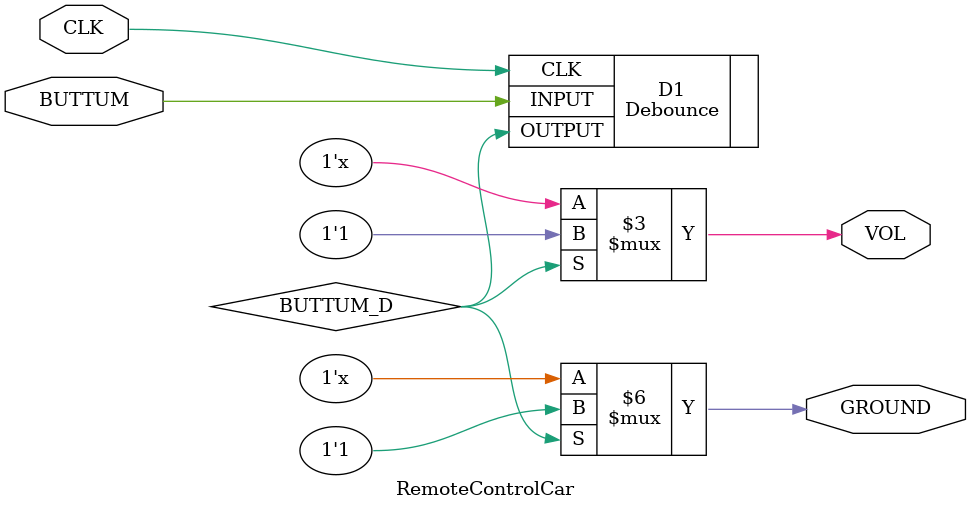
<source format=v>
module RemoteControlCar(CLK, BUTTUM, GROUND, VOL);
input CLK;
input BUTTUM;
output GROUND;
output VOL;

wire BUTTUM_D;
reg GROUND;
reg VOL;

Debounce D1(.CLK(CLK), .INPUT(BUTTUM), .OUTPUT(BUTTUM_D));

always @(BUTTUM_D) begin
	if(BUTTUM_D) begin
		GROUND = 1'b1;
		VOL = 1'b1;
	end
end

endmodule
</source>
